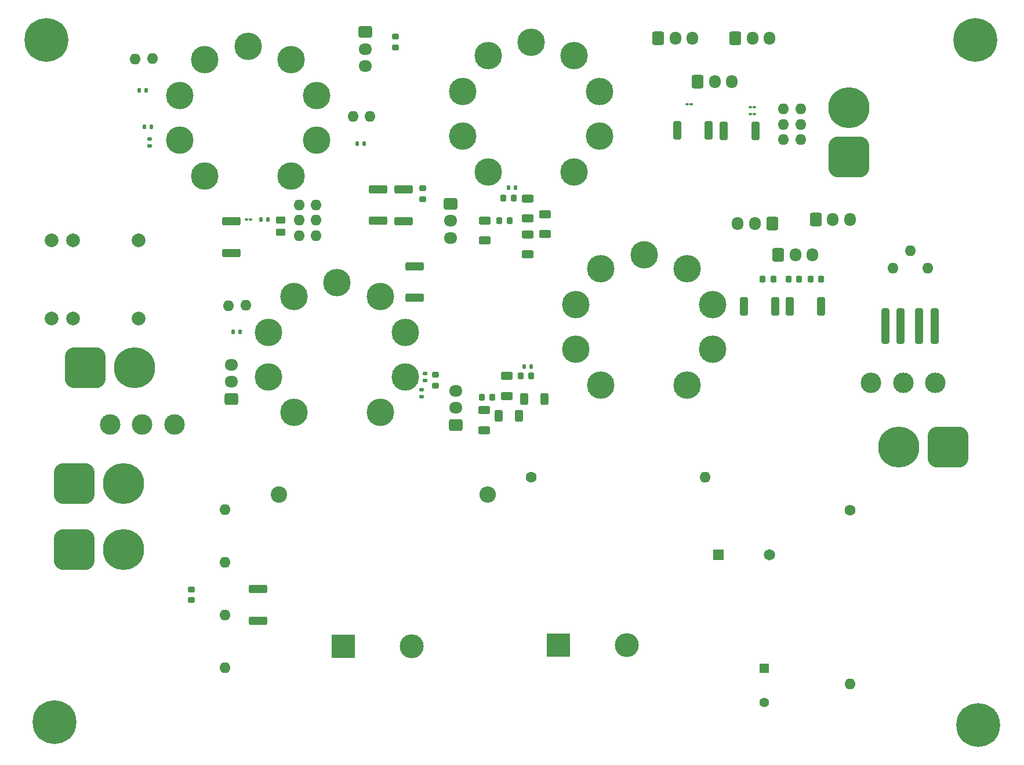
<source format=gbr>
%TF.GenerationSoftware,KiCad,Pcbnew,9.0.0*%
%TF.CreationDate,2025-03-23T18:58:35+01:00*%
%TF.ProjectId,PCB_Ampli,5043425f-416d-4706-9c69-2e6b69636164,rev?*%
%TF.SameCoordinates,Original*%
%TF.FileFunction,Soldermask,Top*%
%TF.FilePolarity,Negative*%
%FSLAX46Y46*%
G04 Gerber Fmt 4.6, Leading zero omitted, Abs format (unit mm)*
G04 Created by KiCad (PCBNEW 9.0.0) date 2025-03-23 18:58:35*
%MOMM*%
%LPD*%
G01*
G04 APERTURE LIST*
G04 Aperture macros list*
%AMRoundRect*
0 Rectangle with rounded corners*
0 $1 Rounding radius*
0 $2 $3 $4 $5 $6 $7 $8 $9 X,Y pos of 4 corners*
0 Add a 4 corners polygon primitive as box body*
4,1,4,$2,$3,$4,$5,$6,$7,$8,$9,$2,$3,0*
0 Add four circle primitives for the rounded corners*
1,1,$1+$1,$2,$3*
1,1,$1+$1,$4,$5*
1,1,$1+$1,$6,$7*
1,1,$1+$1,$8,$9*
0 Add four rect primitives between the rounded corners*
20,1,$1+$1,$2,$3,$4,$5,0*
20,1,$1+$1,$4,$5,$6,$7,0*
20,1,$1+$1,$6,$7,$8,$9,0*
20,1,$1+$1,$8,$9,$2,$3,0*%
G04 Aperture macros list end*
%ADD10C,6.000000*%
%ADD11RoundRect,1.500000X1.500000X-1.500000X1.500000X1.500000X-1.500000X1.500000X-1.500000X-1.500000X0*%
%ADD12C,2.006600*%
%ADD13RoundRect,0.250000X-0.312500X-0.625000X0.312500X-0.625000X0.312500X0.625000X-0.312500X0.625000X0*%
%ADD14C,3.000000*%
%ADD15RoundRect,1.500000X1.500000X1.500000X-1.500000X1.500000X-1.500000X-1.500000X1.500000X-1.500000X0*%
%ADD16RoundRect,1.500000X-1.500000X-1.500000X1.500000X-1.500000X1.500000X1.500000X-1.500000X1.500000X0*%
%ADD17O,1.600000X1.600000*%
%ADD18RoundRect,0.250000X-0.600000X-0.725000X0.600000X-0.725000X0.600000X0.725000X-0.600000X0.725000X0*%
%ADD19O,1.700000X1.950000*%
%ADD20RoundRect,0.250000X0.600000X0.725000X-0.600000X0.725000X-0.600000X-0.725000X0.600000X-0.725000X0*%
%ADD21RoundRect,0.250000X0.725000X-0.600000X0.725000X0.600000X-0.725000X0.600000X-0.725000X-0.600000X0*%
%ADD22O,1.950000X1.700000*%
%ADD23RoundRect,0.250000X0.325000X2.350000X-0.325000X2.350000X-0.325000X-2.350000X0.325000X-2.350000X0*%
%ADD24C,1.600000*%
%ADD25C,2.400000*%
%ADD26O,2.400000X2.400000*%
%ADD27RoundRect,0.250000X1.075000X-0.362500X1.075000X0.362500X-1.075000X0.362500X-1.075000X-0.362500X0*%
%ADD28RoundRect,0.250000X0.362500X1.075000X-0.362500X1.075000X-0.362500X-1.075000X0.362500X-1.075000X0*%
%ADD29RoundRect,0.250000X0.625000X-0.312500X0.625000X0.312500X-0.625000X0.312500X-0.625000X-0.312500X0*%
%ADD30RoundRect,0.135000X0.135000X0.185000X-0.135000X0.185000X-0.135000X-0.185000X0.135000X-0.185000X0*%
%ADD31RoundRect,0.250000X-0.625000X0.312500X-0.625000X-0.312500X0.625000X-0.312500X0.625000X0.312500X0*%
%ADD32RoundRect,0.135000X-0.185000X0.135000X-0.185000X-0.135000X0.185000X-0.135000X0.185000X0.135000X0*%
%ADD33RoundRect,0.135000X0.185000X-0.135000X0.185000X0.135000X-0.185000X0.135000X-0.185000X-0.135000X0*%
%ADD34RoundRect,0.250000X-1.075000X0.362500X-1.075000X-0.362500X1.075000X-0.362500X1.075000X0.362500X0*%
%ADD35RoundRect,0.135000X-0.135000X-0.185000X0.135000X-0.185000X0.135000X0.185000X-0.135000X0.185000X0*%
%ADD36RoundRect,0.250000X-0.450000X0.262500X-0.450000X-0.262500X0.450000X-0.262500X0.450000X0.262500X0*%
%ADD37C,0.800000*%
%ADD38C,6.400000*%
%ADD39RoundRect,0.250000X-0.725000X0.600000X-0.725000X-0.600000X0.725000X-0.600000X0.725000X0.600000X0*%
%ADD40R,1.400000X1.400000*%
%ADD41C,1.400000*%
%ADD42R,1.650000X1.650000*%
%ADD43C,1.650000*%
%ADD44R,3.500000X3.500000*%
%ADD45O,3.500000X3.500000*%
%ADD46RoundRect,0.225000X-0.250000X0.225000X-0.250000X-0.225000X0.250000X-0.225000X0.250000X0.225000X0*%
%ADD47RoundRect,0.225000X-0.225000X-0.250000X0.225000X-0.250000X0.225000X0.250000X-0.225000X0.250000X0*%
%ADD48RoundRect,0.225000X0.225000X0.250000X-0.225000X0.250000X-0.225000X-0.250000X0.225000X-0.250000X0*%
%ADD49RoundRect,0.225000X0.250000X-0.225000X0.250000X0.225000X-0.250000X0.225000X-0.250000X-0.225000X0*%
%ADD50RoundRect,0.100000X-0.130000X-0.100000X0.130000X-0.100000X0.130000X0.100000X-0.130000X0.100000X0*%
%ADD51C,4.014000*%
G04 APERTURE END LIST*
D10*
%TO.C,J4*%
X145750000Y-48150000D03*
D11*
X145750000Y-55350000D03*
%TD*%
D12*
%TO.C,J2*%
X32491112Y-67501600D03*
X32491112Y-78931600D03*
X41991104Y-67501600D03*
X29291104Y-67501600D03*
X41991104Y-78931600D03*
X29291104Y-78931600D03*
%TD*%
D13*
%TO.C,R26*%
X97550000Y-93150000D03*
X94625000Y-93150000D03*
%TD*%
D14*
%TO.C,SW4*%
X158390000Y-88300000D03*
X153690000Y-88300000D03*
X148990000Y-88300000D03*
%TD*%
%TO.C,SW3*%
X37850000Y-94400000D03*
X42550000Y-94400000D03*
X47250000Y-94400000D03*
%TD*%
D15*
%TO.C,J3*%
X160190000Y-97700000D03*
D10*
X152990000Y-97700000D03*
%TD*%
D16*
%TO.C,J1*%
X34200000Y-86150000D03*
D10*
X41400000Y-86150000D03*
%TD*%
D17*
%TO.C,D1*%
X54650000Y-130000000D03*
X54650000Y-122300000D03*
X54650000Y-114600000D03*
X54650000Y-106900000D03*
%TD*%
D18*
%TO.C,Vol1_low2*%
X117900000Y-38000000D03*
D19*
X120400000Y-38000000D03*
X122900000Y-38000000D03*
%TD*%
D20*
%TO.C,Vol2_low1*%
X134525000Y-65050000D03*
D19*
X132025000Y-65050000D03*
X129525000Y-65050000D03*
%TD*%
D18*
%TO.C,Vol2_high1*%
X140875000Y-64450000D03*
D19*
X143375000Y-64450000D03*
X145875000Y-64450000D03*
%TD*%
D18*
%TO.C,Vol1_high1*%
X129150000Y-38000000D03*
D19*
X131650000Y-38000000D03*
X134150000Y-38000000D03*
%TD*%
D18*
%TO.C,tone2*%
X135425000Y-69600000D03*
D19*
X137925000Y-69600000D03*
X140425000Y-69600000D03*
%TD*%
D18*
%TO.C,tone1*%
X123650000Y-44300000D03*
D19*
X126150000Y-44300000D03*
X128650000Y-44300000D03*
%TD*%
D17*
%TO.C,SW2*%
X136200000Y-48300000D03*
X136200000Y-50550000D03*
X136200000Y-52800000D03*
X138700000Y-48300000D03*
X138700000Y-50550000D03*
X138700000Y-52800000D03*
%TD*%
%TO.C,SW1*%
X65450000Y-62300000D03*
X65450000Y-64550000D03*
X65450000Y-66800000D03*
X67950000Y-62300000D03*
X67950000Y-64550000D03*
X67950000Y-66800000D03*
%TD*%
%TO.C,RV11*%
X152200000Y-71600000D03*
X154740000Y-69060000D03*
X157280000Y-71600000D03*
%TD*%
D21*
%TO.C,RV6*%
X55600000Y-90700000D03*
D22*
X55600000Y-88200000D03*
X55600000Y-85700000D03*
%TD*%
D23*
%TO.C,R65*%
X153290000Y-80000000D03*
X151040000Y-80000000D03*
%TD*%
%TO.C,R64*%
X158240000Y-80000000D03*
X155990000Y-80000000D03*
%TD*%
D24*
%TO.C,R63*%
X145900000Y-106950000D03*
D17*
X145900000Y-132350000D03*
%TD*%
D24*
%TO.C,R62*%
X99350000Y-102100000D03*
D17*
X124750000Y-102100000D03*
%TD*%
D25*
%TO.C,R61*%
X62505000Y-104700000D03*
D26*
X92985000Y-104700000D03*
%TD*%
D27*
%TO.C,R60*%
X59450000Y-123112500D03*
X59450000Y-118487500D03*
%TD*%
D28*
%TO.C,R30*%
X135025000Y-77150000D03*
X130400000Y-77150000D03*
%TD*%
%TO.C,R29*%
X141687500Y-77150000D03*
X137062500Y-77150000D03*
%TD*%
D13*
%TO.C,R28*%
X98337500Y-90700000D03*
X101262500Y-90700000D03*
%TD*%
D29*
%TO.C,R27*%
X95750000Y-90262500D03*
X95750000Y-87337500D03*
%TD*%
D30*
%TO.C,R25*%
X99350000Y-85950000D03*
X98330000Y-85950000D03*
%TD*%
D31*
%TO.C,R24*%
X92450000Y-92337500D03*
X92450000Y-95262500D03*
%TD*%
D32*
%TO.C,R23*%
X83350000Y-89340000D03*
X83350000Y-90360000D03*
%TD*%
D33*
%TO.C,R22*%
X83825000Y-88010000D03*
X83825000Y-86990000D03*
%TD*%
D30*
%TO.C,R21*%
X56810000Y-80923300D03*
X55790000Y-80923300D03*
%TD*%
D34*
%TO.C,R20*%
X82300000Y-71287500D03*
X82300000Y-75912500D03*
%TD*%
D28*
%TO.C,R16*%
X125275000Y-51450000D03*
X120650000Y-51450000D03*
%TD*%
%TO.C,R15*%
X132075000Y-51500000D03*
X127450000Y-51500000D03*
%TD*%
D29*
%TO.C,R14*%
X101400000Y-66615800D03*
X101400000Y-63690800D03*
%TD*%
%TO.C,R13*%
X98850000Y-64303300D03*
X98850000Y-61378300D03*
%TD*%
%TO.C,R12*%
X98800000Y-69565800D03*
X98800000Y-66640800D03*
%TD*%
D35*
%TO.C,R11*%
X96065000Y-59800000D03*
X97085000Y-59800000D03*
%TD*%
D31*
%TO.C,R10*%
X92550000Y-64587500D03*
X92550000Y-67512500D03*
%TD*%
D35*
%TO.C,R9*%
X73980000Y-53346700D03*
X75000000Y-53346700D03*
%TD*%
D27*
%TO.C,R8*%
X80750000Y-64675000D03*
X80750000Y-60050000D03*
%TD*%
%TO.C,R7*%
X77000000Y-64662500D03*
X77000000Y-60037500D03*
%TD*%
D36*
%TO.C,R6*%
X62800000Y-64537500D03*
X62800000Y-66362500D03*
%TD*%
D30*
%TO.C,R5*%
X43110000Y-45566700D03*
X42090000Y-45566700D03*
%TD*%
D35*
%TO.C,R4*%
X59915000Y-64500000D03*
X60935000Y-64500000D03*
%TD*%
D27*
%TO.C,R3*%
X55550000Y-69362500D03*
X55550000Y-64737500D03*
%TD*%
D33*
%TO.C,R2*%
X43600000Y-53720000D03*
X43600000Y-52700000D03*
%TD*%
D35*
%TO.C,R1*%
X42890000Y-50910000D03*
X43910000Y-50910000D03*
%TD*%
D16*
%TO.C,OutSwitch1*%
X32650000Y-112700000D03*
D10*
X39850000Y-112700000D03*
%TD*%
D16*
%TO.C,InSwitch1*%
X32650000Y-103100000D03*
D10*
X39850000Y-103100000D03*
%TD*%
D37*
%TO.C,H4*%
X162200000Y-138350000D03*
X162902944Y-136652944D03*
X162902944Y-140047056D03*
X164600000Y-135950000D03*
D38*
X164600000Y-138350000D03*
D37*
X164600000Y-140750000D03*
X166297056Y-136652944D03*
X166297056Y-140047056D03*
X167000000Y-138350000D03*
%TD*%
%TO.C,H3*%
X161800000Y-38200000D03*
X162502944Y-36502944D03*
X162502944Y-39897056D03*
X164200000Y-35800000D03*
D38*
X164200000Y-38200000D03*
D37*
X164200000Y-40600000D03*
X165897056Y-36502944D03*
X165897056Y-39897056D03*
X166600000Y-38200000D03*
%TD*%
%TO.C,H2*%
X32150000Y-137950000D03*
X31447056Y-139647056D03*
X31447056Y-136252944D03*
X29750000Y-140350000D03*
D38*
X29750000Y-137950000D03*
D37*
X29750000Y-135550000D03*
X28052944Y-139647056D03*
X28052944Y-136252944D03*
X27350000Y-137950000D03*
%TD*%
%TO.C,H1*%
X26150000Y-38250000D03*
X26852944Y-36552944D03*
X26852944Y-39947056D03*
X28550000Y-35850000D03*
D38*
X28550000Y-38250000D03*
D37*
X28550000Y-40650000D03*
X30247056Y-36552944D03*
X30247056Y-39947056D03*
X30950000Y-38250000D03*
%TD*%
D21*
%TO.C,Gain2_Post1*%
X88350000Y-94500000D03*
D22*
X88350000Y-92000000D03*
X88350000Y-89500000D03*
%TD*%
D39*
%TO.C,Gain1_Post1*%
X87600000Y-62150000D03*
D22*
X87600000Y-64650000D03*
X87600000Y-67150000D03*
%TD*%
D39*
%TO.C,Gain1_before1*%
X75150000Y-37050000D03*
D22*
X75150000Y-39550000D03*
X75150000Y-42050000D03*
%TD*%
D40*
%TO.C,C64*%
X133400000Y-130100000D03*
D41*
X133400000Y-135100000D03*
%TD*%
D42*
%TO.C,C63*%
X126650000Y-113500000D03*
D43*
X134150000Y-113500000D03*
%TD*%
D44*
%TO.C,C62*%
X103350000Y-126700000D03*
D45*
X113350000Y-126700000D03*
%TD*%
D44*
%TO.C,C61*%
X71900000Y-126850000D03*
D45*
X81900000Y-126850000D03*
%TD*%
D46*
%TO.C,C60*%
X49700000Y-118525000D03*
X49700000Y-120075000D03*
%TD*%
D47*
%TO.C,C26*%
X133150000Y-73150000D03*
X134700000Y-73150000D03*
%TD*%
%TO.C,C25*%
X140150000Y-73150000D03*
X141700000Y-73150000D03*
%TD*%
%TO.C,C24*%
X136950000Y-73150000D03*
X138500000Y-73150000D03*
%TD*%
D48*
%TO.C,C23*%
X99350000Y-87350000D03*
X97800000Y-87350000D03*
%TD*%
D47*
%TO.C,C22*%
X92125000Y-90450000D03*
X93675000Y-90450000D03*
%TD*%
D49*
%TO.C,C21*%
X85375000Y-88725000D03*
X85375000Y-87175000D03*
%TD*%
D17*
%TO.C,C20*%
X57650000Y-76980000D03*
X55150000Y-77050000D03*
%TD*%
D50*
%TO.C,C10*%
X122080000Y-47600000D03*
X122720000Y-47600000D03*
%TD*%
%TO.C,C9*%
X131330000Y-48000000D03*
X131970000Y-48000000D03*
%TD*%
%TO.C,C8*%
X131330000Y-49050000D03*
X131970000Y-49050000D03*
%TD*%
D47*
%TO.C,C7*%
X95250000Y-61350000D03*
X96800000Y-61350000D03*
%TD*%
%TO.C,C6*%
X94700000Y-64650000D03*
X96250000Y-64650000D03*
%TD*%
D17*
%TO.C,C5*%
X73340000Y-49416700D03*
X75840000Y-49346700D03*
%TD*%
D46*
%TO.C,C4*%
X83550000Y-59925000D03*
X83550000Y-61475000D03*
%TD*%
%TO.C,C3*%
X79550000Y-37725000D03*
X79550000Y-39275000D03*
%TD*%
D17*
%TO.C,C2*%
X44050000Y-40946700D03*
X41550000Y-41016700D03*
%TD*%
D50*
%TO.C,C1*%
X57755000Y-64500000D03*
X58395000Y-64500000D03*
%TD*%
D51*
%TO.C,12ax4*%
X109533000Y-88634800D03*
X105850000Y-83402400D03*
X105850000Y-76900000D03*
X109533000Y-71667600D03*
X115832200Y-69661000D03*
X122131400Y-71667600D03*
X125814400Y-76900000D03*
X125814400Y-83402400D03*
X122131400Y-88634800D03*
%TD*%
%TO.C,12ax3*%
X64700800Y-92683600D03*
X61017800Y-87451200D03*
X61017800Y-80948800D03*
X64700800Y-75716400D03*
X71000000Y-73709800D03*
X77299200Y-75716400D03*
X80982200Y-80948800D03*
X80982200Y-87451200D03*
X77299200Y-92683600D03*
%TD*%
%TO.C,12ax2*%
X93050800Y-57486900D03*
X89367800Y-52254500D03*
X89367800Y-45752100D03*
X93050800Y-40519700D03*
X99350000Y-38513100D03*
X105649200Y-40519700D03*
X109332200Y-45752100D03*
X109332200Y-52254500D03*
X105649200Y-57486900D03*
%TD*%
%TO.C,12ax1*%
X51700800Y-58086900D03*
X48017800Y-52854500D03*
X48017800Y-46352100D03*
X51700800Y-41119700D03*
X58000000Y-39113100D03*
X64299200Y-41119700D03*
X67982200Y-46352100D03*
X67982200Y-52854500D03*
X64299200Y-58086900D03*
%TD*%
M02*

</source>
